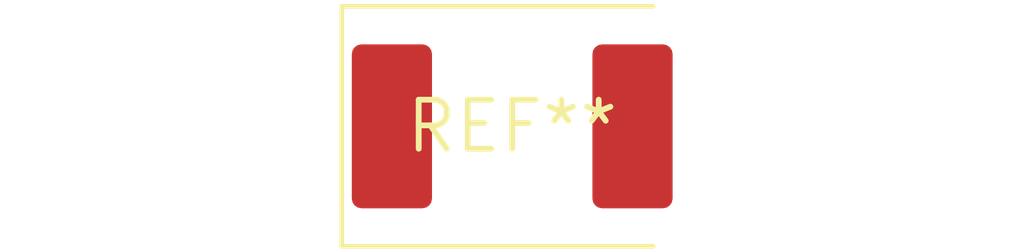
<source format=kicad_pcb>
(kicad_pcb (version 20240108) (generator pcbnew)
  (layers (0 "F.Cu" signal) (31 "B.Cu" signal) (34 "B.Paste" user) (35 "F.Paste" user) (36 "B.SilkS" user "B.Silkscreen") (37 "F.SilkS" user "F.Silkscreen") (38 "B.Mask" user) (39 "F.Mask" user) (44 "Edge.Cuts" user))
  (net 0 "")
  (footprint "CP_EIA-7360-38_Kemet-E" (layer "F.Cu") (at 0 0)
    (property "Reference" "REF**")
    (property "Value" "CP_EIA-7360-38_Kemet-E")
    (fp_line (start -4.41 -3.11) (end -4.41 3.11) (layer "F.SilkS") (stroke (width 0.12)))
    (fp_line (start -4.41 3.11) (end 3.65 3.11) (layer "F.SilkS") (stroke (width 0.12)))
    (fp_line (start 3.65 -3.11) (end -4.41 -3.11) (layer "F.SilkS") (stroke (width 0.12)))
    (pad "1" smd roundrect (at -3.1125 0) (size 2.075 4.25) (layers "F.Cu" "F.Paste" "F.Mask") (roundrect_rratio 0.120482))
    (pad "2" smd roundrect (at 3.1125 0) (size 2.075 4.25) (layers "F.Cu" "F.Paste" "F.Mask") (roundrect_rratio 0.120482))
  )
)
</source>
